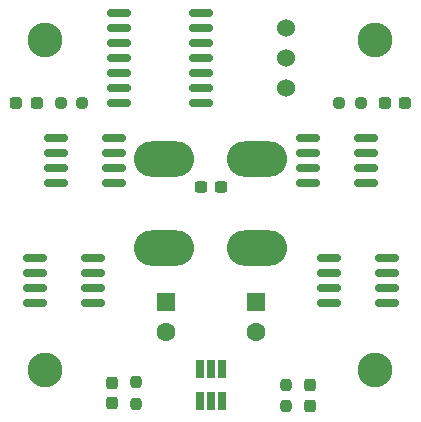
<source format=gts>
G04 #@! TF.GenerationSoftware,KiCad,Pcbnew,(6.0.7)*
G04 #@! TF.CreationDate,2023-03-21T01:22:40-05:00*
G04 #@! TF.ProjectId,RoveSoMoCo,526f7665-536f-44d6-9f43-6f2e6b696361,rev?*
G04 #@! TF.SameCoordinates,Original*
G04 #@! TF.FileFunction,Soldermask,Top*
G04 #@! TF.FilePolarity,Negative*
%FSLAX46Y46*%
G04 Gerber Fmt 4.6, Leading zero omitted, Abs format (unit mm)*
G04 Created by KiCad (PCBNEW (6.0.7)) date 2023-03-21 01:22:40*
%MOMM*%
%LPD*%
G01*
G04 APERTURE LIST*
G04 Aperture macros list*
%AMRoundRect*
0 Rectangle with rounded corners*
0 $1 Rounding radius*
0 $2 $3 $4 $5 $6 $7 $8 $9 X,Y pos of 4 corners*
0 Add a 4 corners polygon primitive as box body*
4,1,4,$2,$3,$4,$5,$6,$7,$8,$9,$2,$3,0*
0 Add four circle primitives for the rounded corners*
1,1,$1+$1,$2,$3*
1,1,$1+$1,$4,$5*
1,1,$1+$1,$6,$7*
1,1,$1+$1,$8,$9*
0 Add four rect primitives between the rounded corners*
20,1,$1+$1,$2,$3,$4,$5,0*
20,1,$1+$1,$4,$5,$6,$7,0*
20,1,$1+$1,$6,$7,$8,$9,0*
20,1,$1+$1,$8,$9,$2,$3,0*%
G04 Aperture macros list end*
%ADD10C,2.946400*%
%ADD11RoundRect,0.237500X-0.300000X-0.237500X0.300000X-0.237500X0.300000X0.237500X-0.300000X0.237500X0*%
%ADD12C,1.524000*%
%ADD13RoundRect,0.150000X-0.825000X-0.150000X0.825000X-0.150000X0.825000X0.150000X-0.825000X0.150000X0*%
%ADD14RoundRect,0.237500X0.237500X-0.250000X0.237500X0.250000X-0.237500X0.250000X-0.237500X-0.250000X0*%
%ADD15RoundRect,0.237500X0.237500X-0.287500X0.237500X0.287500X-0.237500X0.287500X-0.237500X-0.287500X0*%
%ADD16R,1.600000X1.600000*%
%ADD17C,1.600000*%
%ADD18RoundRect,0.237500X-0.287500X-0.237500X0.287500X-0.237500X0.287500X0.237500X-0.287500X0.237500X0*%
%ADD19RoundRect,0.150000X0.825000X0.150000X-0.825000X0.150000X-0.825000X-0.150000X0.825000X-0.150000X0*%
%ADD20RoundRect,0.150000X-0.837500X-0.150000X0.837500X-0.150000X0.837500X0.150000X-0.837500X0.150000X0*%
%ADD21RoundRect,0.237500X0.250000X0.237500X-0.250000X0.237500X-0.250000X-0.237500X0.250000X-0.237500X0*%
%ADD22RoundRect,0.237500X0.287500X0.237500X-0.287500X0.237500X-0.287500X-0.237500X0.287500X-0.237500X0*%
%ADD23RoundRect,0.237500X-0.250000X-0.237500X0.250000X-0.237500X0.250000X0.237500X-0.250000X0.237500X0*%
%ADD24R,0.650000X1.560000*%
%ADD25O,5.100000X3.000000*%
G04 APERTURE END LIST*
D10*
X108148120Y-47197140D03*
D11*
X93371500Y-59690000D03*
X95096500Y-59690000D03*
D10*
X80212060Y-75128120D03*
D12*
X100584000Y-51308000D03*
X100584000Y-48768000D03*
X100584000Y-46228000D03*
D13*
X104205000Y-65659000D03*
X104205000Y-66929000D03*
X104205000Y-68199000D03*
X104205000Y-69469000D03*
X109155000Y-69469000D03*
X109155000Y-68199000D03*
X109155000Y-66929000D03*
X109155000Y-65659000D03*
D14*
X87884000Y-78025000D03*
X87884000Y-76200000D03*
D15*
X85852000Y-77987500D03*
X85852000Y-76237500D03*
D16*
X98044000Y-69429621D03*
D17*
X98044000Y-71929621D03*
D18*
X108956500Y-52578000D03*
X110706500Y-52578000D03*
D19*
X107377000Y-59309000D03*
X107377000Y-58039000D03*
X107377000Y-56769000D03*
X107377000Y-55499000D03*
X102427000Y-55499000D03*
X102427000Y-56769000D03*
X102427000Y-58039000D03*
X102427000Y-59309000D03*
D20*
X86453500Y-44958000D03*
X86453500Y-46228000D03*
X86453500Y-47498000D03*
X86453500Y-48768000D03*
X86453500Y-50038000D03*
X86453500Y-51308000D03*
X86453500Y-52578000D03*
X93378500Y-52578000D03*
X93378500Y-51308000D03*
X93378500Y-50038000D03*
X93378500Y-48768000D03*
X93378500Y-47498000D03*
X93378500Y-46228000D03*
X93378500Y-44958000D03*
D21*
X106934000Y-52578000D03*
X105109000Y-52578000D03*
D22*
X79506750Y-52578000D03*
X77756750Y-52578000D03*
D10*
X80212060Y-47197140D03*
X108148120Y-75128120D03*
D19*
X84263000Y-69469000D03*
X84263000Y-68199000D03*
X84263000Y-66929000D03*
X84263000Y-65659000D03*
X79313000Y-65659000D03*
X79313000Y-66929000D03*
X79313000Y-68199000D03*
X79313000Y-69469000D03*
D23*
X81529250Y-52578000D03*
X83354250Y-52578000D03*
D14*
X100602750Y-78232000D03*
X100602750Y-76407000D03*
D13*
X81091000Y-55499000D03*
X81091000Y-56769000D03*
X81091000Y-58039000D03*
X81091000Y-59309000D03*
X86041000Y-59309000D03*
X86041000Y-58039000D03*
X86041000Y-56769000D03*
X86041000Y-55499000D03*
D24*
X93284000Y-77804000D03*
X94234000Y-77804000D03*
X95184000Y-77804000D03*
X95184000Y-75104000D03*
X94234000Y-75104000D03*
X93284000Y-75104000D03*
D15*
X102634750Y-78194500D03*
X102634750Y-76444500D03*
D16*
X90424000Y-69429621D03*
D17*
X90424000Y-71929621D03*
D25*
X98171000Y-64834800D03*
X90297000Y-64834800D03*
X90297000Y-57283400D03*
X98171000Y-57283400D03*
M02*

</source>
